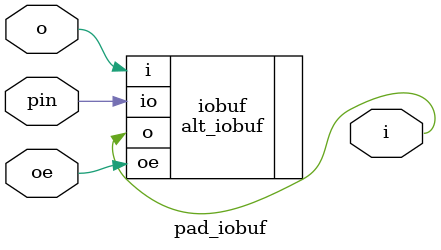
<source format=v>
module pad_iobuf
  (
  pin,
  i,
  o,
  oe
  );

parameter TYPE = "3.0-V LVTTL";

inout pin;
output i;
input o;
input oe;

alt_iobuf #(.io_standard(TYPE)) iobuf
  (
  .io (pin),
  .i (o),
  .o (i),
  .oe (oe)
  );

endmodule

</source>
